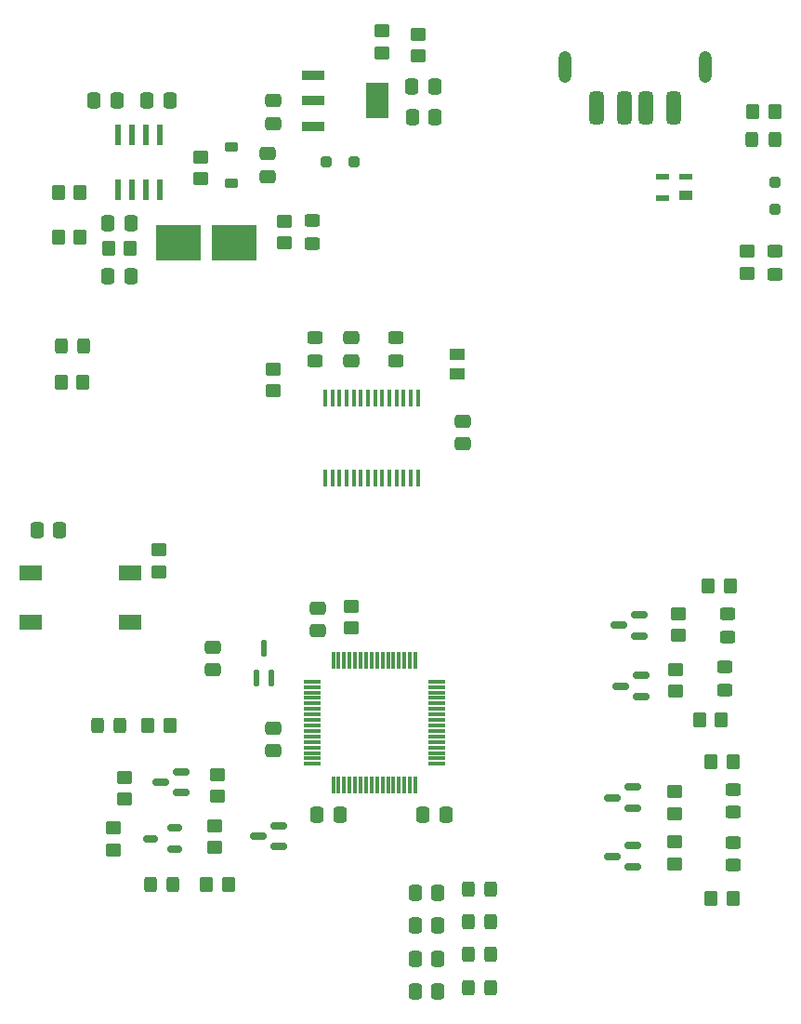
<source format=gtp>
G04 #@! TF.GenerationSoftware,KiCad,Pcbnew,8.0.5*
G04 #@! TF.CreationDate,2024-10-22T15:59:33-04:00*
G04 #@! TF.ProjectId,PCB_Schematic,5043425f-5363-4686-956d-617469632e6b,rev?*
G04 #@! TF.SameCoordinates,Original*
G04 #@! TF.FileFunction,Paste,Top*
G04 #@! TF.FilePolarity,Positive*
%FSLAX46Y46*%
G04 Gerber Fmt 4.6, Leading zero omitted, Abs format (unit mm)*
G04 Created by KiCad (PCBNEW 8.0.5) date 2024-10-22 15:59:33*
%MOMM*%
%LPD*%
G01*
G04 APERTURE LIST*
G04 Aperture macros list*
%AMRoundRect*
0 Rectangle with rounded corners*
0 $1 Rounding radius*
0 $2 $3 $4 $5 $6 $7 $8 $9 X,Y pos of 4 corners*
0 Add a 4 corners polygon primitive as box body*
4,1,4,$2,$3,$4,$5,$6,$7,$8,$9,$2,$3,0*
0 Add four circle primitives for the rounded corners*
1,1,$1+$1,$2,$3*
1,1,$1+$1,$4,$5*
1,1,$1+$1,$6,$7*
1,1,$1+$1,$8,$9*
0 Add four rect primitives between the rounded corners*
20,1,$1+$1,$2,$3,$4,$5,0*
20,1,$1+$1,$4,$5,$6,$7,0*
20,1,$1+$1,$6,$7,$8,$9,0*
20,1,$1+$1,$8,$9,$2,$3,0*%
G04 Aperture macros list end*
%ADD10RoundRect,0.250000X0.350000X0.450000X-0.350000X0.450000X-0.350000X-0.450000X0.350000X-0.450000X0*%
%ADD11RoundRect,0.250000X0.337500X0.475000X-0.337500X0.475000X-0.337500X-0.475000X0.337500X-0.475000X0*%
%ADD12RoundRect,0.250000X-0.337500X-0.475000X0.337500X-0.475000X0.337500X0.475000X-0.337500X0.475000X0*%
%ADD13RoundRect,0.250000X-0.450000X0.350000X-0.450000X-0.350000X0.450000X-0.350000X0.450000X0.350000X0*%
%ADD14RoundRect,0.250000X0.250000X-0.250000X0.250000X0.250000X-0.250000X0.250000X-0.250000X-0.250000X0*%
%ADD15O,1.200000X2.900000*%
%ADD16RoundRect,0.325000X0.325000X1.175000X-0.325000X1.175000X-0.325000X-1.175000X0.325000X-1.175000X0*%
%ADD17RoundRect,0.250000X0.250000X0.250000X-0.250000X0.250000X-0.250000X-0.250000X0.250000X-0.250000X0*%
%ADD18RoundRect,0.150000X0.587500X0.150000X-0.587500X0.150000X-0.587500X-0.150000X0.587500X-0.150000X0*%
%ADD19RoundRect,0.250000X0.450000X-0.325000X0.450000X0.325000X-0.450000X0.325000X-0.450000X-0.325000X0*%
%ADD20RoundRect,0.250000X0.450000X-0.350000X0.450000X0.350000X-0.450000X0.350000X-0.450000X-0.350000X0*%
%ADD21RoundRect,0.225000X0.375000X-0.225000X0.375000X0.225000X-0.375000X0.225000X-0.375000X-0.225000X0*%
%ADD22R,1.168400X0.889000*%
%ADD23R,1.168400X0.482600*%
%ADD24RoundRect,0.250000X-0.475000X0.337500X-0.475000X-0.337500X0.475000X-0.337500X0.475000X0.337500X0*%
%ADD25RoundRect,0.250000X0.325000X0.450000X-0.325000X0.450000X-0.325000X-0.450000X0.325000X-0.450000X0*%
%ADD26R,4.165600X3.251200*%
%ADD27RoundRect,0.250000X-0.325000X-0.450000X0.325000X-0.450000X0.325000X0.450000X-0.325000X0.450000X0*%
%ADD28RoundRect,0.112500X-0.112500X-0.637500X0.112500X-0.637500X0.112500X0.637500X-0.112500X0.637500X0*%
%ADD29RoundRect,0.250000X0.475000X-0.337500X0.475000X0.337500X-0.475000X0.337500X-0.475000X-0.337500X0*%
%ADD30RoundRect,0.250000X-0.350000X-0.450000X0.350000X-0.450000X0.350000X0.450000X-0.350000X0.450000X0*%
%ADD31R,2.150000X0.950000*%
%ADD32R,2.150000X3.250000*%
%ADD33RoundRect,0.250000X-0.450000X0.325000X-0.450000X-0.325000X0.450000X-0.325000X0.450000X0.325000X0*%
%ADD34R,2.100000X1.400000*%
%ADD35RoundRect,0.075000X-0.700000X-0.075000X0.700000X-0.075000X0.700000X0.075000X-0.700000X0.075000X0*%
%ADD36RoundRect,0.075000X-0.075000X-0.700000X0.075000X-0.700000X0.075000X0.700000X-0.075000X0.700000X0*%
%ADD37RoundRect,0.150000X0.512500X0.150000X-0.512500X0.150000X-0.512500X-0.150000X0.512500X-0.150000X0*%
%ADD38R,0.400000X1.500000*%
%ADD39R,0.558800X1.981200*%
%ADD40R,1.470000X1.140000*%
G04 APERTURE END LIST*
D10*
X160020000Y-45720000D03*
X158020000Y-45720000D03*
D11*
X129329000Y-116792000D03*
X127254000Y-116792000D03*
D10*
X97012000Y-70358000D03*
X95012000Y-70358000D03*
D12*
X99292500Y-55880000D03*
X101367500Y-55880000D03*
D13*
X157480000Y-58420000D03*
X157480000Y-60420000D03*
D14*
X160020000Y-54590000D03*
X160020000Y-52090000D03*
D15*
X153720000Y-41650000D03*
X140920000Y-41650000D03*
D16*
X150820000Y-45350000D03*
X148320000Y-45350000D03*
X146320000Y-45350000D03*
X143820000Y-45350000D03*
D17*
X121666000Y-50292000D03*
X119166000Y-50292000D03*
D18*
X147846500Y-98928000D03*
X147846500Y-97028000D03*
X145971500Y-97978000D03*
D19*
X160020000Y-60470000D03*
X160020000Y-58420000D03*
D20*
X99787500Y-112874500D03*
X99787500Y-110874500D03*
D21*
X110490000Y-52196000D03*
X110490000Y-48896000D03*
D12*
X127000000Y-46228000D03*
X129075000Y-46228000D03*
D22*
X151881400Y-53336800D03*
D23*
X151881400Y-51640000D03*
X149838600Y-51639999D03*
X149838600Y-53540001D03*
D11*
X100097500Y-44704000D03*
X98022500Y-44704000D03*
D18*
X114870500Y-112586500D03*
X114870500Y-110686500D03*
X112995500Y-111636500D03*
D24*
X121412000Y-66294000D03*
X121412000Y-68369000D03*
D25*
X105174000Y-116078000D03*
X103124000Y-116078000D03*
D20*
X100803500Y-108268500D03*
X100803500Y-106268500D03*
D26*
X105664000Y-57658000D03*
X110744000Y-57658000D03*
D27*
X132071000Y-116428000D03*
X134121000Y-116428000D03*
D10*
X156210000Y-117348000D03*
X154210000Y-117348000D03*
D25*
X100348000Y-101600000D03*
X98298000Y-101600000D03*
X97037000Y-67056000D03*
X94987000Y-67056000D03*
D11*
X129329000Y-122792000D03*
X127254000Y-122792000D03*
D28*
X112843000Y-97216000D03*
X114143000Y-97216000D03*
X113493000Y-94556000D03*
D29*
X118364000Y-92941000D03*
X118364000Y-90866000D03*
D10*
X156210000Y-104902000D03*
X154210000Y-104902000D03*
D11*
X120396000Y-109728000D03*
X118321000Y-109728000D03*
D30*
X99330000Y-58166000D03*
X101330000Y-58166000D03*
D24*
X108809000Y-94422000D03*
X108809000Y-96497000D03*
D31*
X118004000Y-42404000D03*
X118004000Y-44704000D03*
X118004000Y-47004000D03*
D32*
X123804000Y-44704000D03*
D19*
X156210000Y-114300000D03*
X156210000Y-112250000D03*
D10*
X96758000Y-53086000D03*
X94758000Y-53086000D03*
D27*
X132071000Y-119428000D03*
X134121000Y-119428000D03*
D30*
X94758000Y-57150000D03*
X96758000Y-57150000D03*
D13*
X114300000Y-69120000D03*
X114300000Y-71120000D03*
D33*
X155702000Y-91431000D03*
X155702000Y-93481000D03*
D29*
X114300000Y-103886000D03*
X114300000Y-101811000D03*
D11*
X129329000Y-119792000D03*
X127254000Y-119792000D03*
D34*
X101324000Y-92166000D03*
X101324000Y-87666000D03*
X92224000Y-92166000D03*
X92224000Y-87666000D03*
D33*
X156210000Y-107424000D03*
X156210000Y-109474000D03*
D20*
X121412000Y-92710000D03*
X121412000Y-90710000D03*
D11*
X129329000Y-125792000D03*
X127254000Y-125792000D03*
D35*
X117866000Y-97558000D03*
X117866000Y-98058000D03*
X117866000Y-98558000D03*
X117866000Y-99058000D03*
X117866000Y-99558000D03*
X117866000Y-100058000D03*
X117866000Y-100558000D03*
X117866000Y-101058000D03*
X117866000Y-101558000D03*
X117866000Y-102058000D03*
X117866000Y-102558000D03*
X117866000Y-103058000D03*
X117866000Y-103558000D03*
X117866000Y-104058000D03*
X117866000Y-104558000D03*
X117866000Y-105058000D03*
D36*
X119791000Y-106983000D03*
X120291000Y-106983000D03*
X120791000Y-106983000D03*
X121291000Y-106983000D03*
X121791000Y-106983000D03*
X122291000Y-106983000D03*
X122791000Y-106983000D03*
X123291000Y-106983000D03*
X123791000Y-106983000D03*
X124291000Y-106983000D03*
X124791000Y-106983000D03*
X125291000Y-106983000D03*
X125791000Y-106983000D03*
X126291000Y-106983000D03*
X126791000Y-106983000D03*
X127291000Y-106983000D03*
D35*
X129216000Y-105058000D03*
X129216000Y-104558000D03*
X129216000Y-104058000D03*
X129216000Y-103558000D03*
X129216000Y-103058000D03*
X129216000Y-102558000D03*
X129216000Y-102058000D03*
X129216000Y-101558000D03*
X129216000Y-101058000D03*
X129216000Y-100558000D03*
X129216000Y-100058000D03*
X129216000Y-99558000D03*
X129216000Y-99058000D03*
X129216000Y-98558000D03*
X129216000Y-98058000D03*
X129216000Y-97558000D03*
D36*
X127291000Y-95633000D03*
X126791000Y-95633000D03*
X126291000Y-95633000D03*
X125791000Y-95633000D03*
X125291000Y-95633000D03*
X124791000Y-95633000D03*
X124291000Y-95633000D03*
X123791000Y-95633000D03*
X123291000Y-95633000D03*
X122791000Y-95633000D03*
X122291000Y-95633000D03*
X121791000Y-95633000D03*
X121291000Y-95633000D03*
X120791000Y-95633000D03*
X120291000Y-95633000D03*
X119791000Y-95633000D03*
D18*
X147671000Y-93406000D03*
X147671000Y-91506000D03*
X145796000Y-92456000D03*
D29*
X113792000Y-51583500D03*
X113792000Y-49508500D03*
D13*
X103886000Y-85598000D03*
X103886000Y-87598000D03*
D37*
X105384000Y-112806500D03*
X105384000Y-110906500D03*
X103109000Y-111856500D03*
D20*
X109282500Y-108014500D03*
X109282500Y-106014500D03*
X109028500Y-112686500D03*
X109028500Y-110686500D03*
D18*
X105980500Y-107694500D03*
X105980500Y-105794500D03*
X104105500Y-106744500D03*
D12*
X127973000Y-109728000D03*
X130048000Y-109728000D03*
D13*
X115316000Y-55649000D03*
X115316000Y-57649000D03*
D27*
X157970000Y-48260000D03*
X160020000Y-48260000D03*
D13*
X150973000Y-96454000D03*
X150973000Y-98454000D03*
D33*
X125476000Y-66294000D03*
X125476000Y-68344000D03*
D24*
X131572000Y-73871000D03*
X131572000Y-75946000D03*
D10*
X155162000Y-101092000D03*
X153162000Y-101092000D03*
D30*
X108236000Y-116078000D03*
X110236000Y-116078000D03*
D19*
X117856000Y-57676000D03*
X117856000Y-55626000D03*
D10*
X155956000Y-88900000D03*
X153956000Y-88900000D03*
D12*
X126957000Y-43434000D03*
X129032000Y-43434000D03*
D27*
X132071000Y-125428000D03*
X134121000Y-125428000D03*
D30*
X102902000Y-101600000D03*
X104902000Y-101600000D03*
D12*
X102848500Y-44704000D03*
X104923500Y-44704000D03*
D24*
X114300000Y-44704000D03*
X114300000Y-46779000D03*
D12*
X92801000Y-83789000D03*
X94876000Y-83789000D03*
D38*
X119062000Y-78997000D03*
X119712000Y-78997000D03*
X120362000Y-78997000D03*
X121012000Y-78997000D03*
X121662000Y-78997000D03*
X122312000Y-78997000D03*
X122962000Y-78997000D03*
X123612000Y-78997000D03*
X124262000Y-78997000D03*
X124912000Y-78997000D03*
X125562000Y-78997000D03*
X126212000Y-78997000D03*
X126862000Y-78997000D03*
X127512000Y-78997000D03*
X127512000Y-71747000D03*
X126862000Y-71747000D03*
X126212000Y-71747000D03*
X125562000Y-71747000D03*
X124912000Y-71747000D03*
X124262000Y-71747000D03*
X123612000Y-71747000D03*
X122962000Y-71747000D03*
X122312000Y-71747000D03*
X121662000Y-71747000D03*
X121012000Y-71747000D03*
X120362000Y-71747000D03*
X119712000Y-71747000D03*
X119062000Y-71747000D03*
D39*
X104013000Y-47828200D03*
X102743000Y-47828200D03*
X101473000Y-47828200D03*
X100203000Y-47828200D03*
X100203000Y-52755800D03*
X101473000Y-52755800D03*
X102743000Y-52755800D03*
X104013000Y-52755800D03*
D18*
X147084500Y-114422000D03*
X147084500Y-112522000D03*
X145209500Y-113472000D03*
D20*
X127508000Y-40624000D03*
X127508000Y-38624000D03*
D40*
X131064000Y-67816000D03*
X131064000Y-69596000D03*
D19*
X155448000Y-98316000D03*
X155448000Y-96266000D03*
D20*
X150894500Y-109596000D03*
X150894500Y-107596000D03*
D18*
X147084500Y-109088000D03*
X147084500Y-107188000D03*
X145209500Y-108138000D03*
D13*
X150894500Y-112168000D03*
X150894500Y-114168000D03*
D27*
X132071000Y-122428000D03*
X134121000Y-122428000D03*
D20*
X151227000Y-93374000D03*
X151227000Y-91374000D03*
X124206000Y-40354000D03*
X124206000Y-38354000D03*
D12*
X99292500Y-60706000D03*
X101367500Y-60706000D03*
D19*
X118110000Y-68344000D03*
X118110000Y-66294000D03*
D20*
X107696000Y-51816000D03*
X107696000Y-49816000D03*
M02*

</source>
